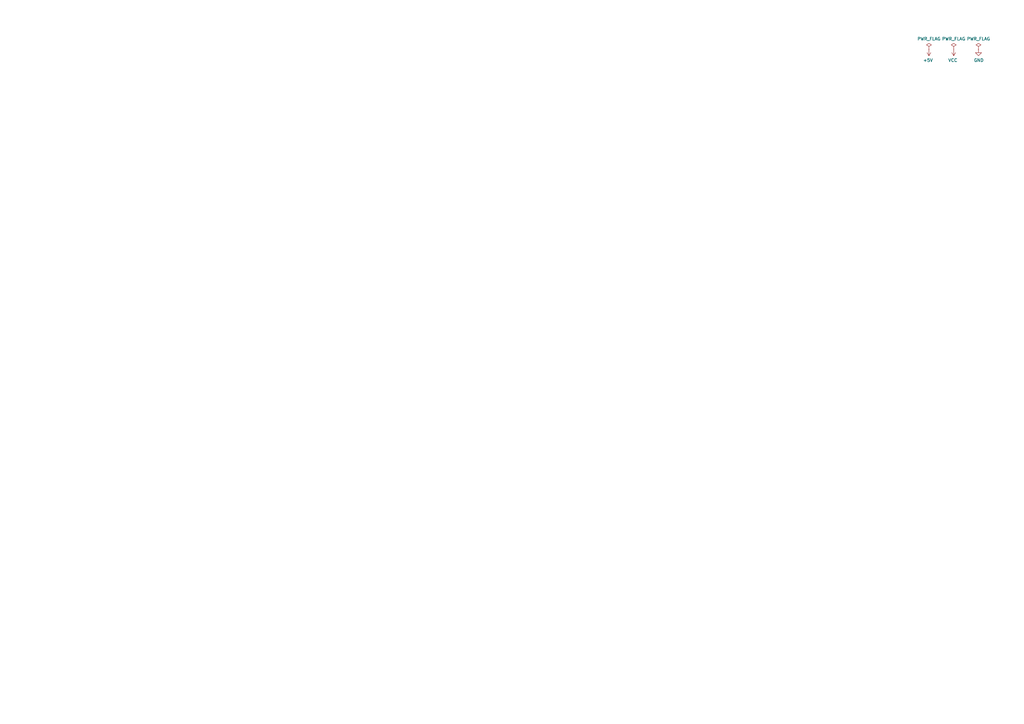
<source format=kicad_sch>
(kicad_sch (version 20230121) (generator eeschema)
  (paper "A3")
  (title_block (title "Sandy") (date "2023-01-04") (rev "v.0") (company "@jpskenn"))
  (lib_symbols
    (symbol "power:+5V" (power) (pin_names (offset 0))
      (property "Value" "+5V" (at 0 3.556 0))
      (symbol "+5V_0_1"
        (polyline (pts (xy -0.762 1.27) (xy 0 2.54)))
        (polyline (pts (xy 0 0) (xy 0 2.54)))
        (polyline (pts (xy 0 2.54) (xy 0.762 1.27)))
      )
      (symbol "+5V_1_1"
        (pin power_in line (at 0 0 90) (length 0) hide (name "+5V") (number "1"))
      )
    )
    (symbol "power:GND" (power) (pin_names (offset 0))
      (property "Value" "GND" (at 0 -3.81 0))
      (symbol "GND_0_1"
        (polyline (pts (xy 0 0) (xy 0 -1.27) (xy 1.27 -1.27) (xy 0 -2.54) (xy -1.27 -1.27) (xy 0 -1.27)))
      )
      (symbol "GND_1_1"
        (pin power_in line (at 0 0 270) (length 0) hide (name "GND") (number "1"))
      )
    )
    (symbol "power:PWR_FLAG" (power) (pin_numbers hide) (pin_names (offset 0) hide)
      (property "Value" "PWR_FLAG" (at 0 3.81 0))
      (symbol "PWR_FLAG_0_0"
        (pin power_out line (at 0 0 90) (length 0) (name "pwr") (number "1"))
      )
      (symbol "PWR_FLAG_0_1"
        (polyline (pts (xy 0 0) (xy 0 1.27) (xy -1.016 1.905) (xy 0 2.54) (xy 1.016 1.905) (xy 0 1.27)))
      )
    )
    (symbol "power:VCC" (power) (pin_names (offset 0))
      (property "Value" "VCC" (at 0 3.81 0))
      (symbol "VCC_0_1"
        (polyline (pts (xy -0.762 1.27) (xy 0 2.54)))
        (polyline (pts (xy 0 0) (xy 0 2.54)))
        (polyline (pts (xy 0 2.54) (xy 0.762 1.27)))
      )
      (symbol "VCC_1_1"
        (pin power_in line (at 0 0 90) (length 0) hide (name "VCC") (number "1"))
      )
    )
  )
  (bus_alias "def-a" (members "row0" "row5" "col0" "col1"))
  (symbol (lib_id "power:PWR_FLAG") (at 381 20.32 0) (unit 1)
    (property "Reference" "#FLG02" (effects hide))
    (property "Value" "PWR_FLAG" (at 381 15.9258 0))
  )
  (symbol (lib_id "power:+5V") (at 381 20.32 180) (unit 1)
    (property "Reference" "#PWR018" (effects hide))
    (property "Value" "+5V" (at 380.619 24.7142 0))
  )
  (symbol (lib_id "power:PWR_FLAG") (at 401.32 20.32 0) (unit 1)
    (property "Reference" "#FLG03" (effects hide))
    (property "Value" "PWR_FLAG" (at 401.32 15.9258 0))
  )
  (symbol (lib_id "power:GND") (at 401.32 20.32 0) (unit 1)
    (property "Reference" "#PWR019" (effects hide))
    (property "Value" "GND" (at 401.447 24.7142 0))
  )
  (symbol (lib_id "power:VCC") (at 391.16 20.32 180) (unit 1)
    (property "Reference" "#PWR016" (effects hide))
    (property "Value" "VCC" (at 390.779 24.7142 0))
  )
  (symbol (lib_id "power:PWR_FLAG") (at 391.16 20.32 0) (unit 1)
    (property "Reference" "#FLG01" (effects hide))
    (property "Value" "PWR_FLAG" (at 391.16 15.9258 0))
  )
)
</source>
